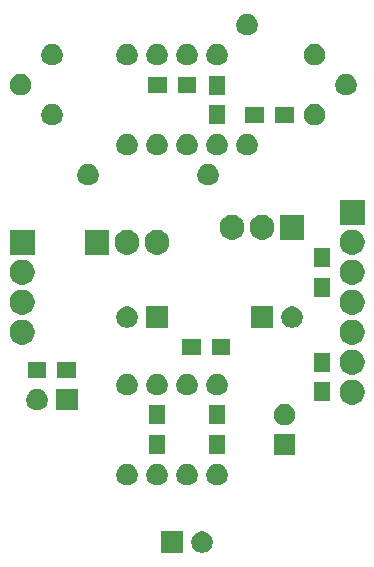
<source format=gbr>
G04 #@! TF.GenerationSoftware,KiCad,Pcbnew,(5.0.2)-1*
G04 #@! TF.CreationDate,2019-01-05T12:32:47+08:00*
G04 #@! TF.ProjectId,PSU 4CH,50535520-3443-4482-9e6b-696361645f70,rev?*
G04 #@! TF.SameCoordinates,Original*
G04 #@! TF.FileFunction,Soldermask,Bot*
G04 #@! TF.FilePolarity,Negative*
%FSLAX46Y46*%
G04 Gerber Fmt 4.6, Leading zero omitted, Abs format (unit mm)*
G04 Created by KiCad (PCBNEW (5.0.2)-1) date 01/05/19 12:32:48*
%MOMM*%
%LPD*%
G01*
G04 APERTURE LIST*
%ADD10C,0.100000*%
G04 APERTURE END LIST*
D10*
G36*
X126630145Y-81675932D02*
X126795572Y-81744454D01*
X126944457Y-81843936D01*
X127071064Y-81970543D01*
X127170546Y-82119428D01*
X127239068Y-82284855D01*
X127274000Y-82460470D01*
X127274000Y-82639530D01*
X127239068Y-82815145D01*
X127170546Y-82980572D01*
X127071064Y-83129457D01*
X126944457Y-83256064D01*
X126795572Y-83355546D01*
X126630145Y-83424068D01*
X126454530Y-83459000D01*
X126275470Y-83459000D01*
X126099855Y-83424068D01*
X125934428Y-83355546D01*
X125785543Y-83256064D01*
X125658936Y-83129457D01*
X125559454Y-82980572D01*
X125490932Y-82815145D01*
X125456000Y-82639530D01*
X125456000Y-82460470D01*
X125490932Y-82284855D01*
X125559454Y-82119428D01*
X125658936Y-81970543D01*
X125785543Y-81843936D01*
X125934428Y-81744454D01*
X126099855Y-81675932D01*
X126275470Y-81641000D01*
X126454530Y-81641000D01*
X126630145Y-81675932D01*
X126630145Y-81675932D01*
G37*
G36*
X124734000Y-83459000D02*
X122916000Y-83459000D01*
X122916000Y-81641000D01*
X124734000Y-81641000D01*
X124734000Y-83459000D01*
X124734000Y-83459000D01*
G37*
G36*
X125360145Y-75960932D02*
X125525572Y-76029454D01*
X125674457Y-76128936D01*
X125801064Y-76255543D01*
X125900546Y-76404428D01*
X125969068Y-76569855D01*
X126004000Y-76745470D01*
X126004000Y-76924530D01*
X125969068Y-77100145D01*
X125900546Y-77265572D01*
X125801064Y-77414457D01*
X125674457Y-77541064D01*
X125525572Y-77640546D01*
X125360145Y-77709068D01*
X125184530Y-77744000D01*
X125005470Y-77744000D01*
X124829855Y-77709068D01*
X124664428Y-77640546D01*
X124515543Y-77541064D01*
X124388936Y-77414457D01*
X124289454Y-77265572D01*
X124220932Y-77100145D01*
X124186000Y-76924530D01*
X124186000Y-76745470D01*
X124220932Y-76569855D01*
X124289454Y-76404428D01*
X124388936Y-76255543D01*
X124515543Y-76128936D01*
X124664428Y-76029454D01*
X124829855Y-75960932D01*
X125005470Y-75926000D01*
X125184530Y-75926000D01*
X125360145Y-75960932D01*
X125360145Y-75960932D01*
G37*
G36*
X122820145Y-75960932D02*
X122985572Y-76029454D01*
X123134457Y-76128936D01*
X123261064Y-76255543D01*
X123360546Y-76404428D01*
X123429068Y-76569855D01*
X123464000Y-76745470D01*
X123464000Y-76924530D01*
X123429068Y-77100145D01*
X123360546Y-77265572D01*
X123261064Y-77414457D01*
X123134457Y-77541064D01*
X122985572Y-77640546D01*
X122820145Y-77709068D01*
X122644530Y-77744000D01*
X122465470Y-77744000D01*
X122289855Y-77709068D01*
X122124428Y-77640546D01*
X121975543Y-77541064D01*
X121848936Y-77414457D01*
X121749454Y-77265572D01*
X121680932Y-77100145D01*
X121646000Y-76924530D01*
X121646000Y-76745470D01*
X121680932Y-76569855D01*
X121749454Y-76404428D01*
X121848936Y-76255543D01*
X121975543Y-76128936D01*
X122124428Y-76029454D01*
X122289855Y-75960932D01*
X122465470Y-75926000D01*
X122644530Y-75926000D01*
X122820145Y-75960932D01*
X122820145Y-75960932D01*
G37*
G36*
X120280145Y-75960932D02*
X120445572Y-76029454D01*
X120594457Y-76128936D01*
X120721064Y-76255543D01*
X120820546Y-76404428D01*
X120889068Y-76569855D01*
X120924000Y-76745470D01*
X120924000Y-76924530D01*
X120889068Y-77100145D01*
X120820546Y-77265572D01*
X120721064Y-77414457D01*
X120594457Y-77541064D01*
X120445572Y-77640546D01*
X120280145Y-77709068D01*
X120104530Y-77744000D01*
X119925470Y-77744000D01*
X119749855Y-77709068D01*
X119584428Y-77640546D01*
X119435543Y-77541064D01*
X119308936Y-77414457D01*
X119209454Y-77265572D01*
X119140932Y-77100145D01*
X119106000Y-76924530D01*
X119106000Y-76745470D01*
X119140932Y-76569855D01*
X119209454Y-76404428D01*
X119308936Y-76255543D01*
X119435543Y-76128936D01*
X119584428Y-76029454D01*
X119749855Y-75960932D01*
X119925470Y-75926000D01*
X120104530Y-75926000D01*
X120280145Y-75960932D01*
X120280145Y-75960932D01*
G37*
G36*
X127900145Y-75960932D02*
X128065572Y-76029454D01*
X128214457Y-76128936D01*
X128341064Y-76255543D01*
X128440546Y-76404428D01*
X128509068Y-76569855D01*
X128544000Y-76745470D01*
X128544000Y-76924530D01*
X128509068Y-77100145D01*
X128440546Y-77265572D01*
X128341064Y-77414457D01*
X128214457Y-77541064D01*
X128065572Y-77640546D01*
X127900145Y-77709068D01*
X127724530Y-77744000D01*
X127545470Y-77744000D01*
X127369855Y-77709068D01*
X127204428Y-77640546D01*
X127055543Y-77541064D01*
X126928936Y-77414457D01*
X126829454Y-77265572D01*
X126760932Y-77100145D01*
X126726000Y-76924530D01*
X126726000Y-76745470D01*
X126760932Y-76569855D01*
X126829454Y-76404428D01*
X126928936Y-76255543D01*
X127055543Y-76128936D01*
X127204428Y-76029454D01*
X127369855Y-75960932D01*
X127545470Y-75926000D01*
X127724530Y-75926000D01*
X127900145Y-75960932D01*
X127900145Y-75960932D01*
G37*
G36*
X134259000Y-75204000D02*
X132441000Y-75204000D01*
X132441000Y-73386000D01*
X134259000Y-73386000D01*
X134259000Y-75204000D01*
X134259000Y-75204000D01*
G37*
G36*
X128311000Y-75076000D02*
X126959000Y-75076000D01*
X126959000Y-73474000D01*
X128311000Y-73474000D01*
X128311000Y-75076000D01*
X128311000Y-75076000D01*
G37*
G36*
X123231000Y-75076000D02*
X121879000Y-75076000D01*
X121879000Y-73474000D01*
X123231000Y-73474000D01*
X123231000Y-75076000D01*
X123231000Y-75076000D01*
G37*
G36*
X133615145Y-70880932D02*
X133780572Y-70949454D01*
X133929457Y-71048936D01*
X134056064Y-71175543D01*
X134155546Y-71324428D01*
X134224068Y-71489855D01*
X134259000Y-71665470D01*
X134259000Y-71844530D01*
X134224068Y-72020145D01*
X134155546Y-72185572D01*
X134056064Y-72334457D01*
X133929457Y-72461064D01*
X133780572Y-72560546D01*
X133615145Y-72629068D01*
X133439530Y-72664000D01*
X133260470Y-72664000D01*
X133084855Y-72629068D01*
X132919428Y-72560546D01*
X132770543Y-72461064D01*
X132643936Y-72334457D01*
X132544454Y-72185572D01*
X132475932Y-72020145D01*
X132441000Y-71844530D01*
X132441000Y-71665470D01*
X132475932Y-71489855D01*
X132544454Y-71324428D01*
X132643936Y-71175543D01*
X132770543Y-71048936D01*
X132919428Y-70949454D01*
X133084855Y-70880932D01*
X133260470Y-70846000D01*
X133439530Y-70846000D01*
X133615145Y-70880932D01*
X133615145Y-70880932D01*
G37*
G36*
X123231000Y-72576000D02*
X121879000Y-72576000D01*
X121879000Y-70974000D01*
X123231000Y-70974000D01*
X123231000Y-72576000D01*
X123231000Y-72576000D01*
G37*
G36*
X128311000Y-72576000D02*
X126959000Y-72576000D01*
X126959000Y-70974000D01*
X128311000Y-70974000D01*
X128311000Y-72576000D01*
X128311000Y-72576000D01*
G37*
G36*
X112660145Y-69610932D02*
X112825572Y-69679454D01*
X112974457Y-69778936D01*
X113101064Y-69905543D01*
X113200546Y-70054428D01*
X113269068Y-70219855D01*
X113304000Y-70395470D01*
X113304000Y-70574530D01*
X113269068Y-70750145D01*
X113200546Y-70915572D01*
X113101064Y-71064457D01*
X112974457Y-71191064D01*
X112825572Y-71290546D01*
X112660145Y-71359068D01*
X112484530Y-71394000D01*
X112305470Y-71394000D01*
X112129855Y-71359068D01*
X111964428Y-71290546D01*
X111815543Y-71191064D01*
X111688936Y-71064457D01*
X111589454Y-70915572D01*
X111520932Y-70750145D01*
X111486000Y-70574530D01*
X111486000Y-70395470D01*
X111520932Y-70219855D01*
X111589454Y-70054428D01*
X111688936Y-69905543D01*
X111815543Y-69778936D01*
X111964428Y-69679454D01*
X112129855Y-69610932D01*
X112305470Y-69576000D01*
X112484530Y-69576000D01*
X112660145Y-69610932D01*
X112660145Y-69610932D01*
G37*
G36*
X115844000Y-71394000D02*
X114026000Y-71394000D01*
X114026000Y-69576000D01*
X115844000Y-69576000D01*
X115844000Y-71394000D01*
X115844000Y-71394000D01*
G37*
G36*
X139373896Y-68831696D02*
X139373898Y-68831697D01*
X139373899Y-68831697D01*
X139566625Y-68911526D01*
X139739291Y-69026898D01*
X139740076Y-69027423D01*
X139887577Y-69174924D01*
X139887579Y-69174927D01*
X140003474Y-69348375D01*
X140058054Y-69480145D01*
X140083304Y-69541104D01*
X140124000Y-69745696D01*
X140124000Y-69954304D01*
X140097194Y-70089068D01*
X140083303Y-70158899D01*
X140003474Y-70351625D01*
X139888102Y-70524291D01*
X139887577Y-70525076D01*
X139740076Y-70672577D01*
X139740073Y-70672579D01*
X139566625Y-70788474D01*
X139373899Y-70868303D01*
X139373898Y-70868303D01*
X139373896Y-70868304D01*
X139169304Y-70909000D01*
X138960696Y-70909000D01*
X138756104Y-70868304D01*
X138756102Y-70868303D01*
X138756101Y-70868303D01*
X138563375Y-70788474D01*
X138389927Y-70672579D01*
X138389924Y-70672577D01*
X138242423Y-70525076D01*
X138241898Y-70524291D01*
X138126526Y-70351625D01*
X138046697Y-70158899D01*
X138032807Y-70089068D01*
X138006000Y-69954304D01*
X138006000Y-69745696D01*
X138046696Y-69541104D01*
X138071946Y-69480145D01*
X138126526Y-69348375D01*
X138242421Y-69174927D01*
X138242423Y-69174924D01*
X138389924Y-69027423D01*
X138390709Y-69026898D01*
X138563375Y-68911526D01*
X138756101Y-68831697D01*
X138756102Y-68831697D01*
X138756104Y-68831696D01*
X138960696Y-68791000D01*
X139169304Y-68791000D01*
X139373896Y-68831696D01*
X139373896Y-68831696D01*
G37*
G36*
X137201000Y-70631000D02*
X135849000Y-70631000D01*
X135849000Y-69029000D01*
X137201000Y-69029000D01*
X137201000Y-70631000D01*
X137201000Y-70631000D01*
G37*
G36*
X120280145Y-68340932D02*
X120445572Y-68409454D01*
X120594457Y-68508936D01*
X120721064Y-68635543D01*
X120820546Y-68784428D01*
X120889068Y-68949855D01*
X120924000Y-69125470D01*
X120924000Y-69304530D01*
X120889068Y-69480145D01*
X120820546Y-69645572D01*
X120721064Y-69794457D01*
X120594457Y-69921064D01*
X120445572Y-70020546D01*
X120280145Y-70089068D01*
X120104530Y-70124000D01*
X119925470Y-70124000D01*
X119749855Y-70089068D01*
X119584428Y-70020546D01*
X119435543Y-69921064D01*
X119308936Y-69794457D01*
X119209454Y-69645572D01*
X119140932Y-69480145D01*
X119106000Y-69304530D01*
X119106000Y-69125470D01*
X119140932Y-68949855D01*
X119209454Y-68784428D01*
X119308936Y-68635543D01*
X119435543Y-68508936D01*
X119584428Y-68409454D01*
X119749855Y-68340932D01*
X119925470Y-68306000D01*
X120104530Y-68306000D01*
X120280145Y-68340932D01*
X120280145Y-68340932D01*
G37*
G36*
X122820145Y-68340932D02*
X122985572Y-68409454D01*
X123134457Y-68508936D01*
X123261064Y-68635543D01*
X123360546Y-68784428D01*
X123429068Y-68949855D01*
X123464000Y-69125470D01*
X123464000Y-69304530D01*
X123429068Y-69480145D01*
X123360546Y-69645572D01*
X123261064Y-69794457D01*
X123134457Y-69921064D01*
X122985572Y-70020546D01*
X122820145Y-70089068D01*
X122644530Y-70124000D01*
X122465470Y-70124000D01*
X122289855Y-70089068D01*
X122124428Y-70020546D01*
X121975543Y-69921064D01*
X121848936Y-69794457D01*
X121749454Y-69645572D01*
X121680932Y-69480145D01*
X121646000Y-69304530D01*
X121646000Y-69125470D01*
X121680932Y-68949855D01*
X121749454Y-68784428D01*
X121848936Y-68635543D01*
X121975543Y-68508936D01*
X122124428Y-68409454D01*
X122289855Y-68340932D01*
X122465470Y-68306000D01*
X122644530Y-68306000D01*
X122820145Y-68340932D01*
X122820145Y-68340932D01*
G37*
G36*
X127900145Y-68340932D02*
X128065572Y-68409454D01*
X128214457Y-68508936D01*
X128341064Y-68635543D01*
X128440546Y-68784428D01*
X128509068Y-68949855D01*
X128544000Y-69125470D01*
X128544000Y-69304530D01*
X128509068Y-69480145D01*
X128440546Y-69645572D01*
X128341064Y-69794457D01*
X128214457Y-69921064D01*
X128065572Y-70020546D01*
X127900145Y-70089068D01*
X127724530Y-70124000D01*
X127545470Y-70124000D01*
X127369855Y-70089068D01*
X127204428Y-70020546D01*
X127055543Y-69921064D01*
X126928936Y-69794457D01*
X126829454Y-69645572D01*
X126760932Y-69480145D01*
X126726000Y-69304530D01*
X126726000Y-69125470D01*
X126760932Y-68949855D01*
X126829454Y-68784428D01*
X126928936Y-68635543D01*
X127055543Y-68508936D01*
X127204428Y-68409454D01*
X127369855Y-68340932D01*
X127545470Y-68306000D01*
X127724530Y-68306000D01*
X127900145Y-68340932D01*
X127900145Y-68340932D01*
G37*
G36*
X125360145Y-68340932D02*
X125525572Y-68409454D01*
X125674457Y-68508936D01*
X125801064Y-68635543D01*
X125900546Y-68784428D01*
X125969068Y-68949855D01*
X126004000Y-69125470D01*
X126004000Y-69304530D01*
X125969068Y-69480145D01*
X125900546Y-69645572D01*
X125801064Y-69794457D01*
X125674457Y-69921064D01*
X125525572Y-70020546D01*
X125360145Y-70089068D01*
X125184530Y-70124000D01*
X125005470Y-70124000D01*
X124829855Y-70089068D01*
X124664428Y-70020546D01*
X124515543Y-69921064D01*
X124388936Y-69794457D01*
X124289454Y-69645572D01*
X124220932Y-69480145D01*
X124186000Y-69304530D01*
X124186000Y-69125470D01*
X124220932Y-68949855D01*
X124289454Y-68784428D01*
X124388936Y-68635543D01*
X124515543Y-68508936D01*
X124664428Y-68409454D01*
X124829855Y-68340932D01*
X125005470Y-68306000D01*
X125184530Y-68306000D01*
X125360145Y-68340932D01*
X125360145Y-68340932D01*
G37*
G36*
X115696000Y-68621000D02*
X114094000Y-68621000D01*
X114094000Y-67269000D01*
X115696000Y-67269000D01*
X115696000Y-68621000D01*
X115696000Y-68621000D01*
G37*
G36*
X113196000Y-68621000D02*
X111594000Y-68621000D01*
X111594000Y-67269000D01*
X113196000Y-67269000D01*
X113196000Y-68621000D01*
X113196000Y-68621000D01*
G37*
G36*
X139373896Y-66291696D02*
X139373898Y-66291697D01*
X139373899Y-66291697D01*
X139566625Y-66371526D01*
X139739291Y-66486898D01*
X139740076Y-66487423D01*
X139887577Y-66634924D01*
X139887579Y-66634927D01*
X140003474Y-66808375D01*
X140083303Y-67001101D01*
X140124000Y-67205698D01*
X140124000Y-67414302D01*
X140083303Y-67618899D01*
X140003474Y-67811625D01*
X139888102Y-67984291D01*
X139887577Y-67985076D01*
X139740076Y-68132577D01*
X139740073Y-68132579D01*
X139566625Y-68248474D01*
X139373899Y-68328303D01*
X139373898Y-68328303D01*
X139373896Y-68328304D01*
X139169304Y-68369000D01*
X138960696Y-68369000D01*
X138756104Y-68328304D01*
X138756102Y-68328303D01*
X138756101Y-68328303D01*
X138563375Y-68248474D01*
X138389927Y-68132579D01*
X138389924Y-68132577D01*
X138242423Y-67985076D01*
X138241898Y-67984291D01*
X138126526Y-67811625D01*
X138046697Y-67618899D01*
X138006000Y-67414302D01*
X138006000Y-67205698D01*
X138046697Y-67001101D01*
X138126526Y-66808375D01*
X138242421Y-66634927D01*
X138242423Y-66634924D01*
X138389924Y-66487423D01*
X138390709Y-66486898D01*
X138563375Y-66371526D01*
X138756101Y-66291697D01*
X138756102Y-66291697D01*
X138756104Y-66291696D01*
X138960696Y-66251000D01*
X139169304Y-66251000D01*
X139373896Y-66291696D01*
X139373896Y-66291696D01*
G37*
G36*
X137201000Y-68131000D02*
X135849000Y-68131000D01*
X135849000Y-66529000D01*
X137201000Y-66529000D01*
X137201000Y-68131000D01*
X137201000Y-68131000D01*
G37*
G36*
X128777000Y-66716000D02*
X127175000Y-66716000D01*
X127175000Y-65364000D01*
X128777000Y-65364000D01*
X128777000Y-66716000D01*
X128777000Y-66716000D01*
G37*
G36*
X126277000Y-66716000D02*
X124675000Y-66716000D01*
X124675000Y-65364000D01*
X126277000Y-65364000D01*
X126277000Y-66716000D01*
X126277000Y-66716000D01*
G37*
G36*
X111433896Y-63751696D02*
X111433898Y-63751697D01*
X111433899Y-63751697D01*
X111626625Y-63831526D01*
X111774857Y-63930572D01*
X111800076Y-63947423D01*
X111947577Y-64094924D01*
X111947579Y-64094927D01*
X112063474Y-64268375D01*
X112143303Y-64461101D01*
X112184000Y-64665698D01*
X112184000Y-64874302D01*
X112143303Y-65078899D01*
X112063474Y-65271625D01*
X111948102Y-65444291D01*
X111947577Y-65445076D01*
X111800076Y-65592577D01*
X111800073Y-65592579D01*
X111626625Y-65708474D01*
X111433899Y-65788303D01*
X111433898Y-65788303D01*
X111433896Y-65788304D01*
X111229304Y-65829000D01*
X111020696Y-65829000D01*
X110816104Y-65788304D01*
X110816102Y-65788303D01*
X110816101Y-65788303D01*
X110623375Y-65708474D01*
X110449927Y-65592579D01*
X110449924Y-65592577D01*
X110302423Y-65445076D01*
X110301898Y-65444291D01*
X110186526Y-65271625D01*
X110106697Y-65078899D01*
X110066000Y-64874302D01*
X110066000Y-64665698D01*
X110106697Y-64461101D01*
X110186526Y-64268375D01*
X110302421Y-64094927D01*
X110302423Y-64094924D01*
X110449924Y-63947423D01*
X110475143Y-63930572D01*
X110623375Y-63831526D01*
X110816101Y-63751697D01*
X110816102Y-63751697D01*
X110816104Y-63751696D01*
X111020696Y-63711000D01*
X111229304Y-63711000D01*
X111433896Y-63751696D01*
X111433896Y-63751696D01*
G37*
G36*
X139373896Y-63751696D02*
X139373898Y-63751697D01*
X139373899Y-63751697D01*
X139566625Y-63831526D01*
X139714857Y-63930572D01*
X139740076Y-63947423D01*
X139887577Y-64094924D01*
X139887579Y-64094927D01*
X140003474Y-64268375D01*
X140083303Y-64461101D01*
X140124000Y-64665698D01*
X140124000Y-64874302D01*
X140083303Y-65078899D01*
X140003474Y-65271625D01*
X139888102Y-65444291D01*
X139887577Y-65445076D01*
X139740076Y-65592577D01*
X139740073Y-65592579D01*
X139566625Y-65708474D01*
X139373899Y-65788303D01*
X139373898Y-65788303D01*
X139373896Y-65788304D01*
X139169304Y-65829000D01*
X138960696Y-65829000D01*
X138756104Y-65788304D01*
X138756102Y-65788303D01*
X138756101Y-65788303D01*
X138563375Y-65708474D01*
X138389927Y-65592579D01*
X138389924Y-65592577D01*
X138242423Y-65445076D01*
X138241898Y-65444291D01*
X138126526Y-65271625D01*
X138046697Y-65078899D01*
X138006000Y-64874302D01*
X138006000Y-64665698D01*
X138046697Y-64461101D01*
X138126526Y-64268375D01*
X138242421Y-64094927D01*
X138242423Y-64094924D01*
X138389924Y-63947423D01*
X138415143Y-63930572D01*
X138563375Y-63831526D01*
X138756101Y-63751697D01*
X138756102Y-63751697D01*
X138756104Y-63751696D01*
X138960696Y-63711000D01*
X139169304Y-63711000D01*
X139373896Y-63751696D01*
X139373896Y-63751696D01*
G37*
G36*
X120280145Y-62625932D02*
X120445572Y-62694454D01*
X120594457Y-62793936D01*
X120721064Y-62920543D01*
X120820546Y-63069428D01*
X120889068Y-63234855D01*
X120924000Y-63410470D01*
X120924000Y-63589530D01*
X120889068Y-63765145D01*
X120820546Y-63930572D01*
X120721064Y-64079457D01*
X120594457Y-64206064D01*
X120445572Y-64305546D01*
X120280145Y-64374068D01*
X120104530Y-64409000D01*
X119925470Y-64409000D01*
X119749855Y-64374068D01*
X119584428Y-64305546D01*
X119435543Y-64206064D01*
X119308936Y-64079457D01*
X119209454Y-63930572D01*
X119140932Y-63765145D01*
X119106000Y-63589530D01*
X119106000Y-63410470D01*
X119140932Y-63234855D01*
X119209454Y-63069428D01*
X119308936Y-62920543D01*
X119435543Y-62793936D01*
X119584428Y-62694454D01*
X119749855Y-62625932D01*
X119925470Y-62591000D01*
X120104530Y-62591000D01*
X120280145Y-62625932D01*
X120280145Y-62625932D01*
G37*
G36*
X123464000Y-64409000D02*
X121646000Y-64409000D01*
X121646000Y-62591000D01*
X123464000Y-62591000D01*
X123464000Y-64409000D01*
X123464000Y-64409000D01*
G37*
G36*
X134250145Y-62625932D02*
X134415572Y-62694454D01*
X134564457Y-62793936D01*
X134691064Y-62920543D01*
X134790546Y-63069428D01*
X134859068Y-63234855D01*
X134894000Y-63410470D01*
X134894000Y-63589530D01*
X134859068Y-63765145D01*
X134790546Y-63930572D01*
X134691064Y-64079457D01*
X134564457Y-64206064D01*
X134415572Y-64305546D01*
X134250145Y-64374068D01*
X134074530Y-64409000D01*
X133895470Y-64409000D01*
X133719855Y-64374068D01*
X133554428Y-64305546D01*
X133405543Y-64206064D01*
X133278936Y-64079457D01*
X133179454Y-63930572D01*
X133110932Y-63765145D01*
X133076000Y-63589530D01*
X133076000Y-63410470D01*
X133110932Y-63234855D01*
X133179454Y-63069428D01*
X133278936Y-62920543D01*
X133405543Y-62793936D01*
X133554428Y-62694454D01*
X133719855Y-62625932D01*
X133895470Y-62591000D01*
X134074530Y-62591000D01*
X134250145Y-62625932D01*
X134250145Y-62625932D01*
G37*
G36*
X132354000Y-64409000D02*
X130536000Y-64409000D01*
X130536000Y-62591000D01*
X132354000Y-62591000D01*
X132354000Y-64409000D01*
X132354000Y-64409000D01*
G37*
G36*
X139373896Y-61211696D02*
X139373898Y-61211697D01*
X139373899Y-61211697D01*
X139566625Y-61291526D01*
X139739291Y-61406898D01*
X139740076Y-61407423D01*
X139887577Y-61554924D01*
X139887579Y-61554927D01*
X140003474Y-61728375D01*
X140083303Y-61921101D01*
X140124000Y-62125698D01*
X140124000Y-62334302D01*
X140083303Y-62538899D01*
X140003474Y-62731625D01*
X139888102Y-62904291D01*
X139887577Y-62905076D01*
X139740076Y-63052577D01*
X139740073Y-63052579D01*
X139566625Y-63168474D01*
X139373899Y-63248303D01*
X139373898Y-63248303D01*
X139373896Y-63248304D01*
X139169304Y-63289000D01*
X138960696Y-63289000D01*
X138756104Y-63248304D01*
X138756102Y-63248303D01*
X138756101Y-63248303D01*
X138563375Y-63168474D01*
X138389927Y-63052579D01*
X138389924Y-63052577D01*
X138242423Y-62905076D01*
X138241898Y-62904291D01*
X138126526Y-62731625D01*
X138046697Y-62538899D01*
X138006000Y-62334302D01*
X138006000Y-62125698D01*
X138046697Y-61921101D01*
X138126526Y-61728375D01*
X138242421Y-61554927D01*
X138242423Y-61554924D01*
X138389924Y-61407423D01*
X138390709Y-61406898D01*
X138563375Y-61291526D01*
X138756101Y-61211697D01*
X138756102Y-61211697D01*
X138756104Y-61211696D01*
X138960696Y-61171000D01*
X139169304Y-61171000D01*
X139373896Y-61211696D01*
X139373896Y-61211696D01*
G37*
G36*
X111433896Y-61211696D02*
X111433898Y-61211697D01*
X111433899Y-61211697D01*
X111626625Y-61291526D01*
X111799291Y-61406898D01*
X111800076Y-61407423D01*
X111947577Y-61554924D01*
X111947579Y-61554927D01*
X112063474Y-61728375D01*
X112143303Y-61921101D01*
X112184000Y-62125698D01*
X112184000Y-62334302D01*
X112143303Y-62538899D01*
X112063474Y-62731625D01*
X111948102Y-62904291D01*
X111947577Y-62905076D01*
X111800076Y-63052577D01*
X111800073Y-63052579D01*
X111626625Y-63168474D01*
X111433899Y-63248303D01*
X111433898Y-63248303D01*
X111433896Y-63248304D01*
X111229304Y-63289000D01*
X111020696Y-63289000D01*
X110816104Y-63248304D01*
X110816102Y-63248303D01*
X110816101Y-63248303D01*
X110623375Y-63168474D01*
X110449927Y-63052579D01*
X110449924Y-63052577D01*
X110302423Y-62905076D01*
X110301898Y-62904291D01*
X110186526Y-62731625D01*
X110106697Y-62538899D01*
X110066000Y-62334302D01*
X110066000Y-62125698D01*
X110106697Y-61921101D01*
X110186526Y-61728375D01*
X110302421Y-61554927D01*
X110302423Y-61554924D01*
X110449924Y-61407423D01*
X110450709Y-61406898D01*
X110623375Y-61291526D01*
X110816101Y-61211697D01*
X110816102Y-61211697D01*
X110816104Y-61211696D01*
X111020696Y-61171000D01*
X111229304Y-61171000D01*
X111433896Y-61211696D01*
X111433896Y-61211696D01*
G37*
G36*
X137201000Y-61761000D02*
X135849000Y-61761000D01*
X135849000Y-60159000D01*
X137201000Y-60159000D01*
X137201000Y-61761000D01*
X137201000Y-61761000D01*
G37*
G36*
X111433896Y-58671696D02*
X111433898Y-58671697D01*
X111433899Y-58671697D01*
X111626625Y-58751526D01*
X111799291Y-58866898D01*
X111800076Y-58867423D01*
X111947577Y-59014924D01*
X111947579Y-59014927D01*
X112063474Y-59188375D01*
X112143303Y-59381101D01*
X112184000Y-59585698D01*
X112184000Y-59794302D01*
X112143303Y-59998899D01*
X112063474Y-60191625D01*
X111948102Y-60364291D01*
X111947577Y-60365076D01*
X111800076Y-60512577D01*
X111800073Y-60512579D01*
X111626625Y-60628474D01*
X111433899Y-60708303D01*
X111433898Y-60708303D01*
X111433896Y-60708304D01*
X111229304Y-60749000D01*
X111020696Y-60749000D01*
X110816104Y-60708304D01*
X110816102Y-60708303D01*
X110816101Y-60708303D01*
X110623375Y-60628474D01*
X110449927Y-60512579D01*
X110449924Y-60512577D01*
X110302423Y-60365076D01*
X110301898Y-60364291D01*
X110186526Y-60191625D01*
X110106697Y-59998899D01*
X110066000Y-59794302D01*
X110066000Y-59585698D01*
X110106697Y-59381101D01*
X110186526Y-59188375D01*
X110302421Y-59014927D01*
X110302423Y-59014924D01*
X110449924Y-58867423D01*
X110450709Y-58866898D01*
X110623375Y-58751526D01*
X110816101Y-58671697D01*
X110816102Y-58671697D01*
X110816104Y-58671696D01*
X111020696Y-58631000D01*
X111229304Y-58631000D01*
X111433896Y-58671696D01*
X111433896Y-58671696D01*
G37*
G36*
X139373896Y-58671696D02*
X139373898Y-58671697D01*
X139373899Y-58671697D01*
X139566625Y-58751526D01*
X139739291Y-58866898D01*
X139740076Y-58867423D01*
X139887577Y-59014924D01*
X139887579Y-59014927D01*
X140003474Y-59188375D01*
X140083303Y-59381101D01*
X140124000Y-59585698D01*
X140124000Y-59794302D01*
X140083303Y-59998899D01*
X140003474Y-60191625D01*
X139888102Y-60364291D01*
X139887577Y-60365076D01*
X139740076Y-60512577D01*
X139740073Y-60512579D01*
X139566625Y-60628474D01*
X139373899Y-60708303D01*
X139373898Y-60708303D01*
X139373896Y-60708304D01*
X139169304Y-60749000D01*
X138960696Y-60749000D01*
X138756104Y-60708304D01*
X138756102Y-60708303D01*
X138756101Y-60708303D01*
X138563375Y-60628474D01*
X138389927Y-60512579D01*
X138389924Y-60512577D01*
X138242423Y-60365076D01*
X138241898Y-60364291D01*
X138126526Y-60191625D01*
X138046697Y-59998899D01*
X138006000Y-59794302D01*
X138006000Y-59585698D01*
X138046697Y-59381101D01*
X138126526Y-59188375D01*
X138242421Y-59014927D01*
X138242423Y-59014924D01*
X138389924Y-58867423D01*
X138390709Y-58866898D01*
X138563375Y-58751526D01*
X138756101Y-58671697D01*
X138756102Y-58671697D01*
X138756104Y-58671696D01*
X138960696Y-58631000D01*
X139169304Y-58631000D01*
X139373896Y-58671696D01*
X139373896Y-58671696D01*
G37*
G36*
X137201000Y-59261000D02*
X135849000Y-59261000D01*
X135849000Y-57659000D01*
X137201000Y-57659000D01*
X137201000Y-59261000D01*
X137201000Y-59261000D01*
G37*
G36*
X112184000Y-58209000D02*
X110066000Y-58209000D01*
X110066000Y-56091000D01*
X112184000Y-56091000D01*
X112184000Y-58209000D01*
X112184000Y-58209000D01*
G37*
G36*
X139373896Y-56131696D02*
X139373898Y-56131697D01*
X139373899Y-56131697D01*
X139566625Y-56211526D01*
X139739291Y-56326898D01*
X139740076Y-56327423D01*
X139887577Y-56474924D01*
X139887579Y-56474927D01*
X140003474Y-56648375D01*
X140021582Y-56692093D01*
X140083304Y-56841104D01*
X140124000Y-57045696D01*
X140124000Y-57254304D01*
X140084087Y-57454961D01*
X140083303Y-57458899D01*
X140003474Y-57651625D01*
X139893329Y-57816468D01*
X139887577Y-57825076D01*
X139740076Y-57972577D01*
X139740073Y-57972579D01*
X139566625Y-58088474D01*
X139373899Y-58168303D01*
X139373898Y-58168303D01*
X139373896Y-58168304D01*
X139169304Y-58209000D01*
X138960696Y-58209000D01*
X138756104Y-58168304D01*
X138756102Y-58168303D01*
X138756101Y-58168303D01*
X138563375Y-58088474D01*
X138389927Y-57972579D01*
X138389924Y-57972577D01*
X138242423Y-57825076D01*
X138236671Y-57816468D01*
X138126526Y-57651625D01*
X138046697Y-57458899D01*
X138045914Y-57454961D01*
X138006000Y-57254304D01*
X138006000Y-57045696D01*
X138046696Y-56841104D01*
X138108418Y-56692093D01*
X138126526Y-56648375D01*
X138242421Y-56474927D01*
X138242423Y-56474924D01*
X138389924Y-56327423D01*
X138390709Y-56326898D01*
X138563375Y-56211526D01*
X138756101Y-56131697D01*
X138756102Y-56131697D01*
X138756104Y-56131696D01*
X138960696Y-56091000D01*
X139169304Y-56091000D01*
X139373896Y-56131696D01*
X139373896Y-56131696D01*
G37*
G36*
X122859961Y-56144677D02*
X123050229Y-56223489D01*
X123221471Y-56337909D01*
X123367091Y-56483529D01*
X123481511Y-56654771D01*
X123560323Y-56845039D01*
X123600500Y-57047026D01*
X123600500Y-57252974D01*
X123560323Y-57454961D01*
X123481511Y-57645229D01*
X123367091Y-57816471D01*
X123221471Y-57962091D01*
X123050229Y-58076511D01*
X122859961Y-58155323D01*
X122657974Y-58195500D01*
X122452026Y-58195500D01*
X122250039Y-58155323D01*
X122059771Y-58076511D01*
X121888529Y-57962091D01*
X121742909Y-57816471D01*
X121628489Y-57645229D01*
X121549677Y-57454961D01*
X121509500Y-57252974D01*
X121509500Y-57047026D01*
X121549677Y-56845039D01*
X121628489Y-56654771D01*
X121742909Y-56483529D01*
X121888529Y-56337909D01*
X122059771Y-56223489D01*
X122250039Y-56144677D01*
X122452026Y-56104500D01*
X122657974Y-56104500D01*
X122859961Y-56144677D01*
X122859961Y-56144677D01*
G37*
G36*
X118520500Y-58195500D02*
X116429500Y-58195500D01*
X116429500Y-56104500D01*
X118520500Y-56104500D01*
X118520500Y-58195500D01*
X118520500Y-58195500D01*
G37*
G36*
X120319961Y-56144677D02*
X120510229Y-56223489D01*
X120681471Y-56337909D01*
X120827091Y-56483529D01*
X120941511Y-56654771D01*
X121020323Y-56845039D01*
X121060500Y-57047026D01*
X121060500Y-57252974D01*
X121020323Y-57454961D01*
X120941511Y-57645229D01*
X120827091Y-57816471D01*
X120681471Y-57962091D01*
X120510229Y-58076511D01*
X120319961Y-58155323D01*
X120117974Y-58195500D01*
X119912026Y-58195500D01*
X119710039Y-58155323D01*
X119519771Y-58076511D01*
X119348529Y-57962091D01*
X119202909Y-57816471D01*
X119088489Y-57645229D01*
X119009677Y-57454961D01*
X118969500Y-57252974D01*
X118969500Y-57047026D01*
X119009677Y-56845039D01*
X119088489Y-56654771D01*
X119202909Y-56483529D01*
X119348529Y-56337909D01*
X119519771Y-56223489D01*
X119710039Y-56144677D01*
X119912026Y-56104500D01*
X120117974Y-56104500D01*
X120319961Y-56144677D01*
X120319961Y-56144677D01*
G37*
G36*
X131749961Y-54874677D02*
X131940229Y-54953489D01*
X132111471Y-55067909D01*
X132257091Y-55213529D01*
X132371511Y-55384771D01*
X132450323Y-55575039D01*
X132490500Y-55777026D01*
X132490500Y-55982974D01*
X132450323Y-56184961D01*
X132371511Y-56375229D01*
X132257091Y-56546471D01*
X132111471Y-56692091D01*
X131940229Y-56806511D01*
X131749961Y-56885323D01*
X131547974Y-56925500D01*
X131342026Y-56925500D01*
X131140039Y-56885323D01*
X130949771Y-56806511D01*
X130778529Y-56692091D01*
X130632909Y-56546471D01*
X130518489Y-56375229D01*
X130439677Y-56184961D01*
X130399500Y-55982974D01*
X130399500Y-55777026D01*
X130439677Y-55575039D01*
X130518489Y-55384771D01*
X130632909Y-55213529D01*
X130778529Y-55067909D01*
X130949771Y-54953489D01*
X131140039Y-54874677D01*
X131342026Y-54834500D01*
X131547974Y-54834500D01*
X131749961Y-54874677D01*
X131749961Y-54874677D01*
G37*
G36*
X135030500Y-56925500D02*
X132939500Y-56925500D01*
X132939500Y-54834500D01*
X135030500Y-54834500D01*
X135030500Y-56925500D01*
X135030500Y-56925500D01*
G37*
G36*
X129209961Y-54874677D02*
X129400229Y-54953489D01*
X129571471Y-55067909D01*
X129717091Y-55213529D01*
X129831511Y-55384771D01*
X129910323Y-55575039D01*
X129950500Y-55777026D01*
X129950500Y-55982974D01*
X129910323Y-56184961D01*
X129831511Y-56375229D01*
X129717091Y-56546471D01*
X129571471Y-56692091D01*
X129400229Y-56806511D01*
X129209961Y-56885323D01*
X129007974Y-56925500D01*
X128802026Y-56925500D01*
X128600039Y-56885323D01*
X128409771Y-56806511D01*
X128238529Y-56692091D01*
X128092909Y-56546471D01*
X127978489Y-56375229D01*
X127899677Y-56184961D01*
X127859500Y-55982974D01*
X127859500Y-55777026D01*
X127899677Y-55575039D01*
X127978489Y-55384771D01*
X128092909Y-55213529D01*
X128238529Y-55067909D01*
X128409771Y-54953489D01*
X128600039Y-54874677D01*
X128802026Y-54834500D01*
X129007974Y-54834500D01*
X129209961Y-54874677D01*
X129209961Y-54874677D01*
G37*
G36*
X140124000Y-55669000D02*
X138006000Y-55669000D01*
X138006000Y-53551000D01*
X140124000Y-53551000D01*
X140124000Y-55669000D01*
X140124000Y-55669000D01*
G37*
G36*
X116978145Y-50560932D02*
X117143572Y-50629454D01*
X117292457Y-50728936D01*
X117419064Y-50855543D01*
X117518546Y-51004428D01*
X117587068Y-51169855D01*
X117622000Y-51345470D01*
X117622000Y-51524530D01*
X117587068Y-51700145D01*
X117518546Y-51865572D01*
X117419064Y-52014457D01*
X117292457Y-52141064D01*
X117143572Y-52240546D01*
X116978145Y-52309068D01*
X116802530Y-52344000D01*
X116623470Y-52344000D01*
X116447855Y-52309068D01*
X116282428Y-52240546D01*
X116133543Y-52141064D01*
X116006936Y-52014457D01*
X115907454Y-51865572D01*
X115838932Y-51700145D01*
X115804000Y-51524530D01*
X115804000Y-51345470D01*
X115838932Y-51169855D01*
X115907454Y-51004428D01*
X116006936Y-50855543D01*
X116133543Y-50728936D01*
X116282428Y-50629454D01*
X116447855Y-50560932D01*
X116623470Y-50526000D01*
X116802530Y-50526000D01*
X116978145Y-50560932D01*
X116978145Y-50560932D01*
G37*
G36*
X127138145Y-50560932D02*
X127303572Y-50629454D01*
X127452457Y-50728936D01*
X127579064Y-50855543D01*
X127678546Y-51004428D01*
X127747068Y-51169855D01*
X127782000Y-51345470D01*
X127782000Y-51524530D01*
X127747068Y-51700145D01*
X127678546Y-51865572D01*
X127579064Y-52014457D01*
X127452457Y-52141064D01*
X127303572Y-52240546D01*
X127138145Y-52309068D01*
X126962530Y-52344000D01*
X126783470Y-52344000D01*
X126607855Y-52309068D01*
X126442428Y-52240546D01*
X126293543Y-52141064D01*
X126166936Y-52014457D01*
X126067454Y-51865572D01*
X125998932Y-51700145D01*
X125964000Y-51524530D01*
X125964000Y-51345470D01*
X125998932Y-51169855D01*
X126067454Y-51004428D01*
X126166936Y-50855543D01*
X126293543Y-50728936D01*
X126442428Y-50629454D01*
X126607855Y-50560932D01*
X126783470Y-50526000D01*
X126962530Y-50526000D01*
X127138145Y-50560932D01*
X127138145Y-50560932D01*
G37*
G36*
X120280145Y-48020932D02*
X120445572Y-48089454D01*
X120594457Y-48188936D01*
X120721064Y-48315543D01*
X120820546Y-48464428D01*
X120889068Y-48629855D01*
X120924000Y-48805470D01*
X120924000Y-48984530D01*
X120889068Y-49160145D01*
X120820546Y-49325572D01*
X120721064Y-49474457D01*
X120594457Y-49601064D01*
X120445572Y-49700546D01*
X120280145Y-49769068D01*
X120104530Y-49804000D01*
X119925470Y-49804000D01*
X119749855Y-49769068D01*
X119584428Y-49700546D01*
X119435543Y-49601064D01*
X119308936Y-49474457D01*
X119209454Y-49325572D01*
X119140932Y-49160145D01*
X119106000Y-48984530D01*
X119106000Y-48805470D01*
X119140932Y-48629855D01*
X119209454Y-48464428D01*
X119308936Y-48315543D01*
X119435543Y-48188936D01*
X119584428Y-48089454D01*
X119749855Y-48020932D01*
X119925470Y-47986000D01*
X120104530Y-47986000D01*
X120280145Y-48020932D01*
X120280145Y-48020932D01*
G37*
G36*
X122820145Y-48020932D02*
X122985572Y-48089454D01*
X123134457Y-48188936D01*
X123261064Y-48315543D01*
X123360546Y-48464428D01*
X123429068Y-48629855D01*
X123464000Y-48805470D01*
X123464000Y-48984530D01*
X123429068Y-49160145D01*
X123360546Y-49325572D01*
X123261064Y-49474457D01*
X123134457Y-49601064D01*
X122985572Y-49700546D01*
X122820145Y-49769068D01*
X122644530Y-49804000D01*
X122465470Y-49804000D01*
X122289855Y-49769068D01*
X122124428Y-49700546D01*
X121975543Y-49601064D01*
X121848936Y-49474457D01*
X121749454Y-49325572D01*
X121680932Y-49160145D01*
X121646000Y-48984530D01*
X121646000Y-48805470D01*
X121680932Y-48629855D01*
X121749454Y-48464428D01*
X121848936Y-48315543D01*
X121975543Y-48188936D01*
X122124428Y-48089454D01*
X122289855Y-48020932D01*
X122465470Y-47986000D01*
X122644530Y-47986000D01*
X122820145Y-48020932D01*
X122820145Y-48020932D01*
G37*
G36*
X130440145Y-48020932D02*
X130605572Y-48089454D01*
X130754457Y-48188936D01*
X130881064Y-48315543D01*
X130980546Y-48464428D01*
X131049068Y-48629855D01*
X131084000Y-48805470D01*
X131084000Y-48984530D01*
X131049068Y-49160145D01*
X130980546Y-49325572D01*
X130881064Y-49474457D01*
X130754457Y-49601064D01*
X130605572Y-49700546D01*
X130440145Y-49769068D01*
X130264530Y-49804000D01*
X130085470Y-49804000D01*
X129909855Y-49769068D01*
X129744428Y-49700546D01*
X129595543Y-49601064D01*
X129468936Y-49474457D01*
X129369454Y-49325572D01*
X129300932Y-49160145D01*
X129266000Y-48984530D01*
X129266000Y-48805470D01*
X129300932Y-48629855D01*
X129369454Y-48464428D01*
X129468936Y-48315543D01*
X129595543Y-48188936D01*
X129744428Y-48089454D01*
X129909855Y-48020932D01*
X130085470Y-47986000D01*
X130264530Y-47986000D01*
X130440145Y-48020932D01*
X130440145Y-48020932D01*
G37*
G36*
X127900145Y-48020932D02*
X128065572Y-48089454D01*
X128214457Y-48188936D01*
X128341064Y-48315543D01*
X128440546Y-48464428D01*
X128509068Y-48629855D01*
X128544000Y-48805470D01*
X128544000Y-48984530D01*
X128509068Y-49160145D01*
X128440546Y-49325572D01*
X128341064Y-49474457D01*
X128214457Y-49601064D01*
X128065572Y-49700546D01*
X127900145Y-49769068D01*
X127724530Y-49804000D01*
X127545470Y-49804000D01*
X127369855Y-49769068D01*
X127204428Y-49700546D01*
X127055543Y-49601064D01*
X126928936Y-49474457D01*
X126829454Y-49325572D01*
X126760932Y-49160145D01*
X126726000Y-48984530D01*
X126726000Y-48805470D01*
X126760932Y-48629855D01*
X126829454Y-48464428D01*
X126928936Y-48315543D01*
X127055543Y-48188936D01*
X127204428Y-48089454D01*
X127369855Y-48020932D01*
X127545470Y-47986000D01*
X127724530Y-47986000D01*
X127900145Y-48020932D01*
X127900145Y-48020932D01*
G37*
G36*
X125360145Y-48020932D02*
X125525572Y-48089454D01*
X125674457Y-48188936D01*
X125801064Y-48315543D01*
X125900546Y-48464428D01*
X125969068Y-48629855D01*
X126004000Y-48805470D01*
X126004000Y-48984530D01*
X125969068Y-49160145D01*
X125900546Y-49325572D01*
X125801064Y-49474457D01*
X125674457Y-49601064D01*
X125525572Y-49700546D01*
X125360145Y-49769068D01*
X125184530Y-49804000D01*
X125005470Y-49804000D01*
X124829855Y-49769068D01*
X124664428Y-49700546D01*
X124515543Y-49601064D01*
X124388936Y-49474457D01*
X124289454Y-49325572D01*
X124220932Y-49160145D01*
X124186000Y-48984530D01*
X124186000Y-48805470D01*
X124220932Y-48629855D01*
X124289454Y-48464428D01*
X124388936Y-48315543D01*
X124515543Y-48188936D01*
X124664428Y-48089454D01*
X124829855Y-48020932D01*
X125005470Y-47986000D01*
X125184530Y-47986000D01*
X125360145Y-48020932D01*
X125360145Y-48020932D01*
G37*
G36*
X113930145Y-45480932D02*
X114095572Y-45549454D01*
X114244457Y-45648936D01*
X114371064Y-45775543D01*
X114470546Y-45924428D01*
X114539068Y-46089855D01*
X114574000Y-46265470D01*
X114574000Y-46444530D01*
X114539068Y-46620145D01*
X114470546Y-46785572D01*
X114371064Y-46934457D01*
X114244457Y-47061064D01*
X114095572Y-47160546D01*
X113930145Y-47229068D01*
X113754530Y-47264000D01*
X113575470Y-47264000D01*
X113399855Y-47229068D01*
X113234428Y-47160546D01*
X113085543Y-47061064D01*
X112958936Y-46934457D01*
X112859454Y-46785572D01*
X112790932Y-46620145D01*
X112756000Y-46444530D01*
X112756000Y-46265470D01*
X112790932Y-46089855D01*
X112859454Y-45924428D01*
X112958936Y-45775543D01*
X113085543Y-45648936D01*
X113234428Y-45549454D01*
X113399855Y-45480932D01*
X113575470Y-45446000D01*
X113754530Y-45446000D01*
X113930145Y-45480932D01*
X113930145Y-45480932D01*
G37*
G36*
X136155145Y-45480932D02*
X136320572Y-45549454D01*
X136469457Y-45648936D01*
X136596064Y-45775543D01*
X136695546Y-45924428D01*
X136764068Y-46089855D01*
X136799000Y-46265470D01*
X136799000Y-46444530D01*
X136764068Y-46620145D01*
X136695546Y-46785572D01*
X136596064Y-46934457D01*
X136469457Y-47061064D01*
X136320572Y-47160546D01*
X136155145Y-47229068D01*
X135979530Y-47264000D01*
X135800470Y-47264000D01*
X135624855Y-47229068D01*
X135459428Y-47160546D01*
X135310543Y-47061064D01*
X135183936Y-46934457D01*
X135084454Y-46785572D01*
X135015932Y-46620145D01*
X134981000Y-46444530D01*
X134981000Y-46265470D01*
X135015932Y-46089855D01*
X135084454Y-45924428D01*
X135183936Y-45775543D01*
X135310543Y-45648936D01*
X135459428Y-45549454D01*
X135624855Y-45480932D01*
X135800470Y-45446000D01*
X135979530Y-45446000D01*
X136155145Y-45480932D01*
X136155145Y-45480932D01*
G37*
G36*
X128311000Y-47156000D02*
X126959000Y-47156000D01*
X126959000Y-45554000D01*
X128311000Y-45554000D01*
X128311000Y-47156000D01*
X128311000Y-47156000D01*
G37*
G36*
X131631000Y-47031000D02*
X130029000Y-47031000D01*
X130029000Y-45679000D01*
X131631000Y-45679000D01*
X131631000Y-47031000D01*
X131631000Y-47031000D01*
G37*
G36*
X134131000Y-47031000D02*
X132529000Y-47031000D01*
X132529000Y-45679000D01*
X134131000Y-45679000D01*
X134131000Y-47031000D01*
X134131000Y-47031000D01*
G37*
G36*
X138822145Y-42940932D02*
X138987572Y-43009454D01*
X139136457Y-43108936D01*
X139263064Y-43235543D01*
X139362546Y-43384428D01*
X139431068Y-43549855D01*
X139466000Y-43725470D01*
X139466000Y-43904530D01*
X139431068Y-44080145D01*
X139362546Y-44245572D01*
X139263064Y-44394457D01*
X139136457Y-44521064D01*
X138987572Y-44620546D01*
X138822145Y-44689068D01*
X138646530Y-44724000D01*
X138467470Y-44724000D01*
X138291855Y-44689068D01*
X138126428Y-44620546D01*
X137977543Y-44521064D01*
X137850936Y-44394457D01*
X137751454Y-44245572D01*
X137682932Y-44080145D01*
X137648000Y-43904530D01*
X137648000Y-43725470D01*
X137682932Y-43549855D01*
X137751454Y-43384428D01*
X137850936Y-43235543D01*
X137977543Y-43108936D01*
X138126428Y-43009454D01*
X138291855Y-42940932D01*
X138467470Y-42906000D01*
X138646530Y-42906000D01*
X138822145Y-42940932D01*
X138822145Y-42940932D01*
G37*
G36*
X111263145Y-42940932D02*
X111428572Y-43009454D01*
X111577457Y-43108936D01*
X111704064Y-43235543D01*
X111803546Y-43384428D01*
X111872068Y-43549855D01*
X111907000Y-43725470D01*
X111907000Y-43904530D01*
X111872068Y-44080145D01*
X111803546Y-44245572D01*
X111704064Y-44394457D01*
X111577457Y-44521064D01*
X111428572Y-44620546D01*
X111263145Y-44689068D01*
X111087530Y-44724000D01*
X110908470Y-44724000D01*
X110732855Y-44689068D01*
X110567428Y-44620546D01*
X110418543Y-44521064D01*
X110291936Y-44394457D01*
X110192454Y-44245572D01*
X110123932Y-44080145D01*
X110089000Y-43904530D01*
X110089000Y-43725470D01*
X110123932Y-43549855D01*
X110192454Y-43384428D01*
X110291936Y-43235543D01*
X110418543Y-43108936D01*
X110567428Y-43009454D01*
X110732855Y-42940932D01*
X110908470Y-42906000D01*
X111087530Y-42906000D01*
X111263145Y-42940932D01*
X111263145Y-42940932D01*
G37*
G36*
X128311000Y-44656000D02*
X126959000Y-44656000D01*
X126959000Y-43054000D01*
X128311000Y-43054000D01*
X128311000Y-44656000D01*
X128311000Y-44656000D01*
G37*
G36*
X125896000Y-44491000D02*
X124294000Y-44491000D01*
X124294000Y-43139000D01*
X125896000Y-43139000D01*
X125896000Y-44491000D01*
X125896000Y-44491000D01*
G37*
G36*
X123396000Y-44491000D02*
X121794000Y-44491000D01*
X121794000Y-43139000D01*
X123396000Y-43139000D01*
X123396000Y-44491000D01*
X123396000Y-44491000D01*
G37*
G36*
X125360145Y-40400932D02*
X125525572Y-40469454D01*
X125674457Y-40568936D01*
X125801064Y-40695543D01*
X125900546Y-40844428D01*
X125969068Y-41009855D01*
X126004000Y-41185470D01*
X126004000Y-41364530D01*
X125969068Y-41540145D01*
X125900546Y-41705572D01*
X125801064Y-41854457D01*
X125674457Y-41981064D01*
X125525572Y-42080546D01*
X125360145Y-42149068D01*
X125184530Y-42184000D01*
X125005470Y-42184000D01*
X124829855Y-42149068D01*
X124664428Y-42080546D01*
X124515543Y-41981064D01*
X124388936Y-41854457D01*
X124289454Y-41705572D01*
X124220932Y-41540145D01*
X124186000Y-41364530D01*
X124186000Y-41185470D01*
X124220932Y-41009855D01*
X124289454Y-40844428D01*
X124388936Y-40695543D01*
X124515543Y-40568936D01*
X124664428Y-40469454D01*
X124829855Y-40400932D01*
X125005470Y-40366000D01*
X125184530Y-40366000D01*
X125360145Y-40400932D01*
X125360145Y-40400932D01*
G37*
G36*
X113930145Y-40400932D02*
X114095572Y-40469454D01*
X114244457Y-40568936D01*
X114371064Y-40695543D01*
X114470546Y-40844428D01*
X114539068Y-41009855D01*
X114574000Y-41185470D01*
X114574000Y-41364530D01*
X114539068Y-41540145D01*
X114470546Y-41705572D01*
X114371064Y-41854457D01*
X114244457Y-41981064D01*
X114095572Y-42080546D01*
X113930145Y-42149068D01*
X113754530Y-42184000D01*
X113575470Y-42184000D01*
X113399855Y-42149068D01*
X113234428Y-42080546D01*
X113085543Y-41981064D01*
X112958936Y-41854457D01*
X112859454Y-41705572D01*
X112790932Y-41540145D01*
X112756000Y-41364530D01*
X112756000Y-41185470D01*
X112790932Y-41009855D01*
X112859454Y-40844428D01*
X112958936Y-40695543D01*
X113085543Y-40568936D01*
X113234428Y-40469454D01*
X113399855Y-40400932D01*
X113575470Y-40366000D01*
X113754530Y-40366000D01*
X113930145Y-40400932D01*
X113930145Y-40400932D01*
G37*
G36*
X120280145Y-40400932D02*
X120445572Y-40469454D01*
X120594457Y-40568936D01*
X120721064Y-40695543D01*
X120820546Y-40844428D01*
X120889068Y-41009855D01*
X120924000Y-41185470D01*
X120924000Y-41364530D01*
X120889068Y-41540145D01*
X120820546Y-41705572D01*
X120721064Y-41854457D01*
X120594457Y-41981064D01*
X120445572Y-42080546D01*
X120280145Y-42149068D01*
X120104530Y-42184000D01*
X119925470Y-42184000D01*
X119749855Y-42149068D01*
X119584428Y-42080546D01*
X119435543Y-41981064D01*
X119308936Y-41854457D01*
X119209454Y-41705572D01*
X119140932Y-41540145D01*
X119106000Y-41364530D01*
X119106000Y-41185470D01*
X119140932Y-41009855D01*
X119209454Y-40844428D01*
X119308936Y-40695543D01*
X119435543Y-40568936D01*
X119584428Y-40469454D01*
X119749855Y-40400932D01*
X119925470Y-40366000D01*
X120104530Y-40366000D01*
X120280145Y-40400932D01*
X120280145Y-40400932D01*
G37*
G36*
X122820145Y-40400932D02*
X122985572Y-40469454D01*
X123134457Y-40568936D01*
X123261064Y-40695543D01*
X123360546Y-40844428D01*
X123429068Y-41009855D01*
X123464000Y-41185470D01*
X123464000Y-41364530D01*
X123429068Y-41540145D01*
X123360546Y-41705572D01*
X123261064Y-41854457D01*
X123134457Y-41981064D01*
X122985572Y-42080546D01*
X122820145Y-42149068D01*
X122644530Y-42184000D01*
X122465470Y-42184000D01*
X122289855Y-42149068D01*
X122124428Y-42080546D01*
X121975543Y-41981064D01*
X121848936Y-41854457D01*
X121749454Y-41705572D01*
X121680932Y-41540145D01*
X121646000Y-41364530D01*
X121646000Y-41185470D01*
X121680932Y-41009855D01*
X121749454Y-40844428D01*
X121848936Y-40695543D01*
X121975543Y-40568936D01*
X122124428Y-40469454D01*
X122289855Y-40400932D01*
X122465470Y-40366000D01*
X122644530Y-40366000D01*
X122820145Y-40400932D01*
X122820145Y-40400932D01*
G37*
G36*
X127900145Y-40400932D02*
X128065572Y-40469454D01*
X128214457Y-40568936D01*
X128341064Y-40695543D01*
X128440546Y-40844428D01*
X128509068Y-41009855D01*
X128544000Y-41185470D01*
X128544000Y-41364530D01*
X128509068Y-41540145D01*
X128440546Y-41705572D01*
X128341064Y-41854457D01*
X128214457Y-41981064D01*
X128065572Y-42080546D01*
X127900145Y-42149068D01*
X127724530Y-42184000D01*
X127545470Y-42184000D01*
X127369855Y-42149068D01*
X127204428Y-42080546D01*
X127055543Y-41981064D01*
X126928936Y-41854457D01*
X126829454Y-41705572D01*
X126760932Y-41540145D01*
X126726000Y-41364530D01*
X126726000Y-41185470D01*
X126760932Y-41009855D01*
X126829454Y-40844428D01*
X126928936Y-40695543D01*
X127055543Y-40568936D01*
X127204428Y-40469454D01*
X127369855Y-40400932D01*
X127545470Y-40366000D01*
X127724530Y-40366000D01*
X127900145Y-40400932D01*
X127900145Y-40400932D01*
G37*
G36*
X136155145Y-40400932D02*
X136320572Y-40469454D01*
X136469457Y-40568936D01*
X136596064Y-40695543D01*
X136695546Y-40844428D01*
X136764068Y-41009855D01*
X136799000Y-41185470D01*
X136799000Y-41364530D01*
X136764068Y-41540145D01*
X136695546Y-41705572D01*
X136596064Y-41854457D01*
X136469457Y-41981064D01*
X136320572Y-42080546D01*
X136155145Y-42149068D01*
X135979530Y-42184000D01*
X135800470Y-42184000D01*
X135624855Y-42149068D01*
X135459428Y-42080546D01*
X135310543Y-41981064D01*
X135183936Y-41854457D01*
X135084454Y-41705572D01*
X135015932Y-41540145D01*
X134981000Y-41364530D01*
X134981000Y-41185470D01*
X135015932Y-41009855D01*
X135084454Y-40844428D01*
X135183936Y-40695543D01*
X135310543Y-40568936D01*
X135459428Y-40469454D01*
X135624855Y-40400932D01*
X135800470Y-40366000D01*
X135979530Y-40366000D01*
X136155145Y-40400932D01*
X136155145Y-40400932D01*
G37*
G36*
X130440145Y-37860932D02*
X130605572Y-37929454D01*
X130754457Y-38028936D01*
X130881064Y-38155543D01*
X130980546Y-38304428D01*
X131049068Y-38469855D01*
X131084000Y-38645470D01*
X131084000Y-38824530D01*
X131049068Y-39000145D01*
X130980546Y-39165572D01*
X130881064Y-39314457D01*
X130754457Y-39441064D01*
X130605572Y-39540546D01*
X130440145Y-39609068D01*
X130264530Y-39644000D01*
X130085470Y-39644000D01*
X129909855Y-39609068D01*
X129744428Y-39540546D01*
X129595543Y-39441064D01*
X129468936Y-39314457D01*
X129369454Y-39165572D01*
X129300932Y-39000145D01*
X129266000Y-38824530D01*
X129266000Y-38645470D01*
X129300932Y-38469855D01*
X129369454Y-38304428D01*
X129468936Y-38155543D01*
X129595543Y-38028936D01*
X129744428Y-37929454D01*
X129909855Y-37860932D01*
X130085470Y-37826000D01*
X130264530Y-37826000D01*
X130440145Y-37860932D01*
X130440145Y-37860932D01*
G37*
M02*

</source>
